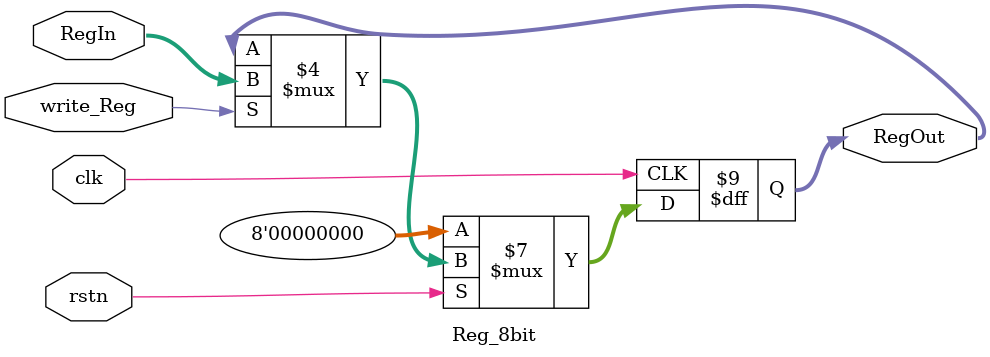
<source format=sv>
module Reg_8bit (RegIn, clk, write_Reg, rstn, RegOut);
	input logic [7:0] RegIn;
	input logic clk, rstn;
	input logic write_Reg;
	output logic [7:0] RegOut;
	
	always_ff @ (posedge clk)
	begin
		if (!rstn)
			RegOut <= 8'b0;
		else
			begin
				if (write_Reg)
					RegOut <= RegIn;
				else
					RegOut <= RegOut;
			end

	end
endmodule

</source>
